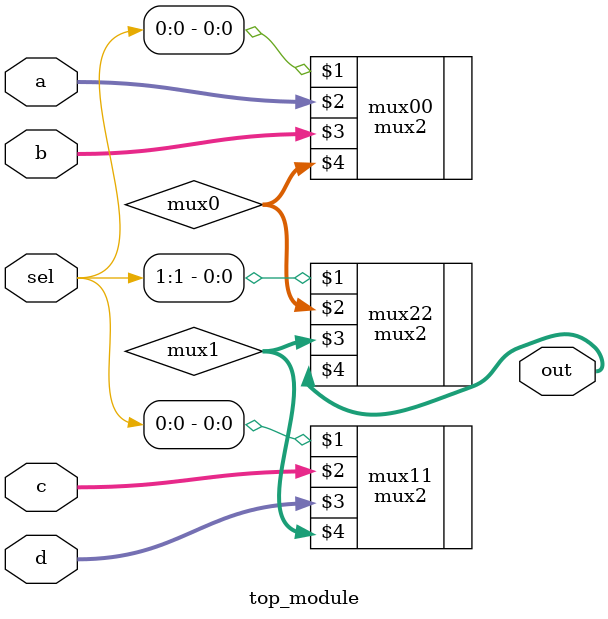
<source format=v>
/*
This 4-to-1 multiplexer doesn't work. Fix the bug(s).

You are provided with a bug-free 2-to-1 multiplexer:

module mux2 (
    input sel,
    input [7:0] a,
    input [7:0] b,
    output [7:0] out
);
*/

module top_module (
    input [1:0] sel,
    input [7:0] a,
    input [7:0] b,
    input [7:0] c,
    input [7:0] d,
    output [7:0] out  ); //

    wire [7:0] mux0, mux1;
    mux2 mux00 ( sel[0],    a,    b, mux0 );
    mux2 mux11 ( sel[0],    c,    d, mux1 );
    mux2 mux22 ( sel[1], mux0, mux1,  out );

endmodule

</source>
